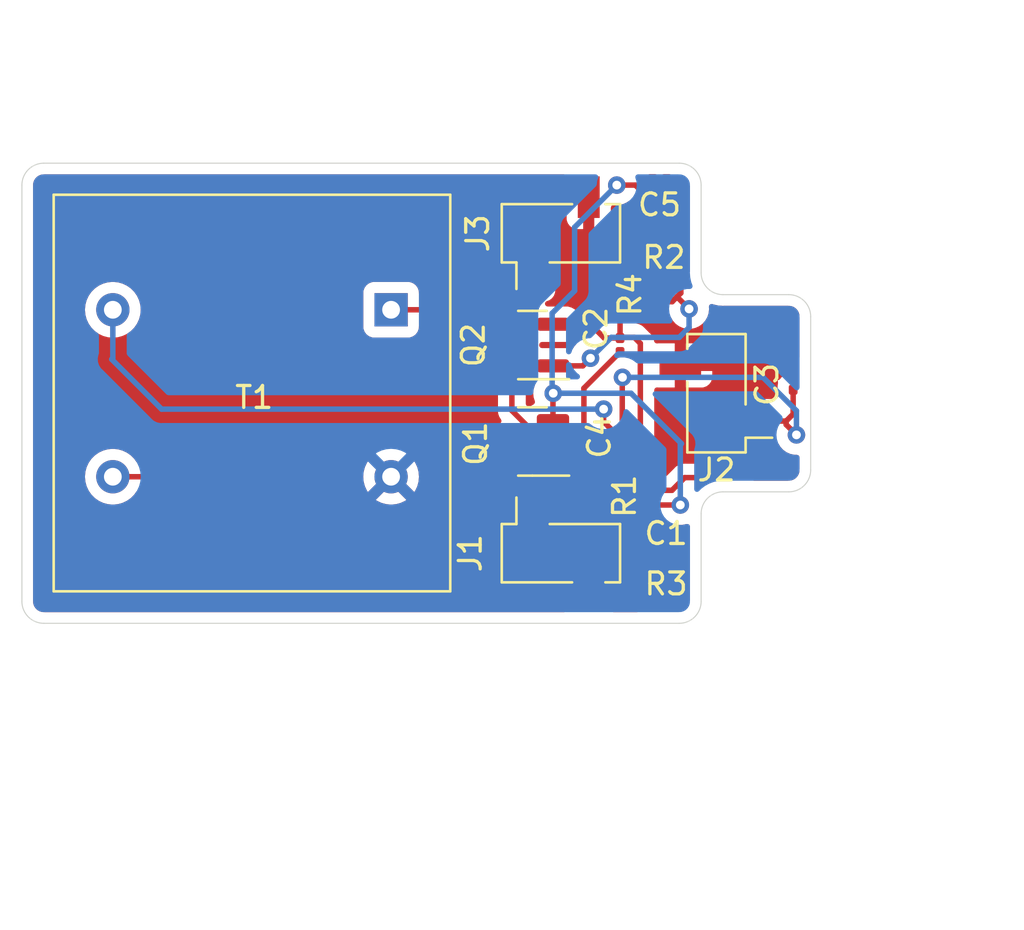
<source format=kicad_pcb>
(kicad_pcb (version 20211014) (generator pcbnew)
  (layers (0 "F.Cu" signal) (31 "B.Cu" signal) (34 "B.Paste" user) (35 "F.Paste" user) (36 "B.SilkS" user "B.Silkscreen") (37 "F.SilkS" user "F.Silkscreen") (38 "B.Mask" user) (39 "F.Mask" user) (44 "Edge.Cuts" user))
  (net 0 "")
  (net 1 "GND")
  (net 2 "Net-(C1-Pad2)")
  (net 3 "Net-(C2-Pad1)")
  (net 4 "Net-(C2-Pad2)")
  (net 5 "Net-(C3-Pad2)")
  (net 6 "Net-(C4-Pad1)")
  (net 7 "Net-(C5-Pad2)")
  (net 8 "Net-(J3-Pad1)")
  (net 9 "Net-(Q1-Pad1)")
  (footprint "Capacitor_SMD:C_0201_0603Metric" (layer "F.Cu") (at 108.4 108.5 90)
    (fp_text reference "C4" (at 0 -1.05 90) (layer "F.SilkS"))
    (fp_text value "5.6nF")
    (pad "1" smd roundrect (at -0.32 0 90) (size 0.46 0.4) (layers "F.Cu" "F.Mask") (net 6 "Net-(C4-Pad1)"))
    (pad "2" smd roundrect (at 0.32 0 90) (size 0.46 0.4) (layers "F.Cu" "F.Mask") (net 5 "Net-(C3-Pad2)"))
  )
  (footprint "Capacitor_SMD:C_0201_0603Metric" (layer "F.Cu") (at 108.3 104.3 90)
    (fp_text reference "C2" (at 0.75 -1.1 90) (layer "F.SilkS"))
    (fp_text value "10uF")
    (pad "1" smd roundrect (at -0.32 0 90) (size 0.46 0.4) (layers "F.Cu" "F.Mask") (net 3 "Net-(C2-Pad1)"))
    (pad "2" smd roundrect (at 0.32 0 90) (size 0.46 0.4) (layers "F.Cu" "F.Mask") (net 4 "Net-(C2-Pad2)"))
  )
  (footprint "Package_TO_SOT_SMD:SOT-23" (layer "F.Cu") (at 104.3 104.3 180)
    (fp_text reference "Q2" (at 2.7 0 90) (layer "F.SilkS"))
    (fp_text value "2N3904")
    (fp_line (start 0 -1.56) (end 0.65 -1.56) (layer "F.SilkS") (width 0.12))
    (fp_line (start 0 1.56) (end 0.65 1.56) (layer "F.SilkS") (width 0.12))
    (fp_line (start 0 -1.56) (end -1.675 -1.56) (layer "F.SilkS") (width 0.12))
    (fp_line (start 0 1.56) (end -0.65 1.56) (layer "F.SilkS") (width 0.12))
    (pad "1" smd roundrect (at -0.9375 -0.95 180) (size 1.475 0.6) (layers "F.Cu" "F.Paste" "F.Mask") (net 7 "Net-(C5-Pad2)"))
    (pad "2" smd roundrect (at -0.9375 0.95 180) (size 1.475 0.6) (layers "F.Cu" "F.Paste" "F.Mask") (net 4 "Net-(C2-Pad2)"))
    (pad "3" smd roundrect (at 0.9375 0 180) (size 1.475 0.6) (layers "F.Cu" "F.Paste" "F.Mask") (net 9 "Net-(Q1-Pad1)"))
  )
  (footprint "Capacitor_SMD:C_0201_0603Metric" (layer "F.Cu") (at 110.1 96.7)
    (fp_text reference "C5" (at 0 1.2) (layer "F.SilkS"))
    (fp_text value "10uF")
    (pad "1" smd roundrect (at -0.32 0) (size 0.46 0.4) (layers "F.Cu" "F.Mask") (net 1 "GND"))
    (pad "2" smd roundrect (at 0.32 0) (size 0.46 0.4) (layers "F.Cu" "F.Mask") (net 7 "Net-(C5-Pad2)"))
  )
  (footprint "Capacitor_SMD:C_0201_0603Metric" (layer "F.Cu") (at 116.2 106.02 -90)
    (fp_text reference "C3" (at 0.08 1.2 90) (layer "F.SilkS"))
    (fp_text value "10uF")
    (pad "1" smd roundrect (at -0.32 0 270) (size 0.46 0.4) (layers "F.Cu" "F.Mask") (net 1 "GND"))
    (pad "2" smd roundrect (at 0.32 0 270) (size 0.46 0.4) (layers "F.Cu" "F.Mask") (net 5 "Net-(C3-Pad2)"))
  )
  (footprint "Connector_PinSocket_2.54mm:PinSocket_1x02_P2.54mm_Vertical_SMD_Pin1Right" (layer "F.Cu") (at 105.6 113.8 90)
    (fp_text reference "J1" (at 0 -4.14 90) (layer "F.SilkS"))
    (fp_text value "Conn_01x02_Female")
    (fp_line (start -1.33 -2.7) (end -1.33 0.51) (layer "F.SilkS") (width 0.12))
    (fp_line (start -1.33 -2.7) (end 1.33 -2.7) (layer "F.SilkS") (width 0.12))
    (fp_line (start -1.33 2.7) (end 1.33 2.7) (layer "F.SilkS") (width 0.12))
    (fp_line (start 1.33 -0.51) (end 1.33 2.7) (layer "F.SilkS") (width 0.12))
    (fp_line (start 1.33 -2.03) (end 2.54 -2.03) (layer "F.SilkS") (width 0.12))
    (fp_line (start 1.33 -2.7) (end 1.33 -2.03) (layer "F.SilkS") (width 0.12))
    (fp_line (start -1.33 2.03) (end -1.33 2.7) (layer "F.SilkS") (width 0.12))
    (pad "1" smd rect (at 1.65 -1.27 90) (size 1.9 1) (layers "F.Cu" "F.Paste" "F.Mask") (net 1 "GND"))
    (pad "2" smd rect (at -1.65 1.27 90) (size 1.9 1) (layers "F.Cu" "F.Paste" "F.Mask") (net 3 "Net-(C2-Pad1)"))
  )
  (footprint "Connector_PinSocket_2.54mm:PinSocket_1x02_P2.54mm_Vertical_SMD_Pin1Left" (layer "F.Cu") (at 112.7 106.5 180)
    (fp_text reference "J2" (at 0 -3.5 180) (layer "F.SilkS"))
    (fp_text value "Conn_01x02_Female")
    (fp_line (start -1.33 2.7) (end 1.33 2.7) (layer "F.SilkS") (width 0.12))
    (fp_line (start -1.33 -2.7) (end 1.33 -2.7) (layer "F.SilkS") (width 0.12))
    (fp_line (start 1.33 2.03) (end 1.33 2.7) (layer "F.SilkS") (width 0.12))
    (fp_line (start -2.54 -2.03) (end -1.33 -2.03) (layer "F.SilkS") (width 0.12))
    (fp_line (start 1.33 -2.7) (end 1.33 0.51) (layer "F.SilkS") (width 0.12))
    (fp_line (start -1.33 -2.7) (end -1.33 -2.03) (layer "F.SilkS") (width 0.12))
    (fp_line (start -1.33 -0.51) (end -1.33 2.7) (layer "F.SilkS") (width 0.12))
    (pad "1" smd rect (at -1.65 -1.27 180) (size 1.9 1) (layers "F.Cu" "F.Paste" "F.Mask") (net 5 "Net-(C3-Pad2)"))
    (pad "2" smd rect (at 1.65 1.27 180) (size 1.9 1) (layers "F.Cu" "F.Paste" "F.Mask") (net 1 "GND"))
  )
  (footprint "Connector_PinSocket_2.54mm:PinSocket_1x02_P2.54mm_Vertical_SMD_Pin1Left" (layer "F.Cu") (at 105.6 99.2 90)
    (fp_text reference "J3" (at 0 -3.8 90) (layer "F.SilkS"))
    (fp_text value "Conn_01x02_Female")
    (fp_line (start 1.33 2.03) (end 1.33 2.7) (layer "F.SilkS") (width 0.12))
    (fp_line (start 1.33 -2.7) (end 1.33 0.51) (layer "F.SilkS") (width 0.12))
    (fp_line (start -1.33 -0.51) (end -1.33 2.7) (layer "F.SilkS") (width 0.12))
    (fp_line (start -1.33 2.7) (end 1.33 2.7) (layer "F.SilkS") (width 0.12))
    (fp_line (start -1.33 -2.7) (end 1.33 -2.7) (layer "F.SilkS") (width 0.12))
    (fp_line (start -1.33 -2.7) (end -1.33 -2.03) (layer "F.SilkS") (width 0.12))
    (fp_line (start -2.54 -2.03) (end -1.33 -2.03) (layer "F.SilkS") (width 0.12))
    (pad "1" smd rect (at -1.65 -1.27 90) (size 1.9 1) (layers "F.Cu" "F.Paste" "F.Mask") (net 8 "Net-(J3-Pad1)"))
    (pad "2" smd rect (at 1.65 1.27 90) (size 1.9 1) (layers "F.Cu" "F.Paste" "F.Mask") (net 1 "GND"))
  )
  (footprint "Resistor_SMD:R_0201_0603Metric" (layer "F.Cu") (at 110.3 116.2)
    (fp_text reference "R3" (at 0.1 -1) (layer "F.SilkS"))
    (fp_text value "1.8K")
    (pad "1" smd roundrect (at -0.32 0) (size 0.46 0.4) (layers "F.Cu" "F.Mask") (net 4 "Net-(C2-Pad2)"))
    (pad "2" smd roundrect (at 0.32 0) (size 0.46 0.4) (layers "F.Cu" "F.Mask") (net 1 "GND"))
  )
  (footprint "Resistor_SMD:R_0201_0603Metric" (layer "F.Cu") (at 110.2 99.2 180)
    (fp_text reference "R2" (at -0.1 -1.1) (layer "F.SilkS"))
    (fp_text value "2.7K")
    (pad "1" smd roundrect (at -0.32 0 180) (size 0.46 0.4) (layers "F.Cu" "F.Mask") (net 2 "Net-(C1-Pad2)"))
    (pad "2" smd roundrect (at 0.32 0 180) (size 0.46 0.4) (layers "F.Cu" "F.Mask") (net 4 "Net-(C2-Pad2)"))
  )
  (footprint "Package_TO_SOT_SMD:SOT-23" (layer "F.Cu") (at 104.3 108.7 180)
    (fp_text reference "Q1" (at 2.6 -0.1 90) (layer "F.SilkS"))
    (fp_text value "2N3904")
    (fp_line (start 0 1.56) (end -0.65 1.56) (layer "F.SilkS") (width 0.12))
    (fp_line (start 0 -1.56) (end -1.675 -1.56) (layer "F.SilkS") (width 0.12))
    (fp_line (start 0 1.56) (end 0.65 1.56) (layer "F.SilkS") (width 0.12))
    (fp_line (start 0 -1.56) (end 0.65 -1.56) (layer "F.SilkS") (width 0.12))
    (pad "1" smd roundrect (at -0.9375 -0.95 180) (size 1.475 0.6) (layers "F.Cu" "F.Paste" "F.Mask") (net 9 "Net-(Q1-Pad1)"))
    (pad "2" smd roundrect (at -0.9375 0.95 180) (size 1.475 0.6) (layers "F.Cu" "F.Paste" "F.Mask") (net 2 "Net-(C1-Pad2)"))
    (pad "3" smd roundrect (at 0.9375 0 180) (size 1.475 0.6) (layers "F.Cu" "F.Paste" "F.Mask") (net 6 "Net-(C4-Pad1)"))
  )
  (footprint "Resistor_SMD:R_0201_0603Metric" (layer "F.Cu") (at 109.75 111.25 -90)
    (fp_text reference "R1" (at -0.05 1.25 -90) (layer "F.SilkS"))
    (fp_text value "5.6K")
    (pad "1" smd roundrect (at -0.32 0 270) (size 0.46 0.4) (layers "F.Cu" "F.Mask") (net 5 "Net-(C3-Pad2)"))
    (pad "2" smd roundrect (at 0.32 0 270) (size 0.46 0.4) (layers "F.Cu" "F.Mask") (net 2 "Net-(C1-Pad2)"))
  )
  (footprint "Resistor_SMD:R_0201_0603Metric" (layer "F.Cu") (at 109.8 102 90)
    (fp_text reference "R4" (at 0 -1.05 90) (layer "F.SilkS"))
    (fp_text value "1.2K")
    (pad "1" smd roundrect (at -0.32 0 90) (size 0.46 0.4) (layers "F.Cu" "F.Mask") (net 7 "Net-(C5-Pad2)"))
    (pad "2" smd roundrect (at 0.32 0 90) (size 0.46 0.4) (layers "F.Cu" "F.Mask") (net 1 "GND"))
  )
  (footprint "Transformer_THT:Transformer_NF_ETAL_1-1_P1200" (layer "F.Cu") (at 97.85 102.69)
    (fp_text reference "T1" (at -6.25 4) (layer "F.SilkS"))
    (fp_text value "Transformer_1P_1S")
    (fp_line (start 2.7 -5.25) (end 2.7 12.85) (layer "F.SilkS") (width 0.12))
    (fp_line (start -15.4 -5.25) (end 2.7 -5.25) (layer "F.SilkS") (width 0.12))
    (fp_line (start -15.4 12.85) (end -15.4 -5.25) (layer "F.SilkS") (width 0.12))
    (fp_line (start 2.7 12.85) (end -15.4 12.85) (layer "F.SilkS") (width 0.12))
    (pad "1" thru_hole rect (at 0 0) (size 1.52 1.52) (drill 0.81) (layers *.Cu *.Mask) (net 8 "Net-(J3-Pad1)"))
    (pad "3" thru_hole circle (at 0 7.62) (size 1.52 1.52) (drill 0.81) (layers *.Cu *.Mask) (net 1 "GND"))
    (pad "4" thru_hole circle (at -12.7 7.62) (size 1.52 1.52) (drill 0.81) (layers *.Cu *.Mask) (net 6 "Net-(C4-Pad1)"))
    (pad "6" thru_hole circle (at -12.7 0) (size 1.52 1.52) (drill 0.81) (layers *.Cu *.Mask) (net 5 "Net-(C3-Pad2)"))
  )
  (footprint "Capacitor_SMD:C_0201_0603Metric" (layer "F.Cu") (at 110.3 113.9 180)
    (fp_text reference "C1" (at -0.1 1) (layer "F.SilkS"))
    (fp_text value "10uF")
    (pad "1" smd roundrect (at -0.32 0 180) (size 0.46 0.4) (layers "F.Cu" "F.Mask") (net 1 "GND"))
    (pad "2" smd roundrect (at 0.32 0 180) (size 0.46 0.4) (layers "F.Cu" "F.Mask") (net 2 "Net-(C1-Pad2)"))
  )
  (gr_arc (start 113 102) (mid 112.292893 101.707107) (end 112 101) (layer "Edge.Cuts") (width 0.05))
  (gr_arc (start 82 117) (mid 81.292893 116.707107) (end 81 116) (layer "Edge.Cuts") (width 0.05))
  (gr_line (start 117 103) (end 117 110) (layer "Edge.Cuts") (width 0.05))
  (gr_line (start 112 97) (end 112 101) (layer "Edge.Cuts") (width 0.05))
  (gr_arc (start 112 112) (mid 112.292893 111.292893) (end 113 111) (layer "Edge.Cuts") (width 0.05))
  (gr_line (start 111 117) (end 82 117) (layer "Edge.Cuts") (width 0.05))
  (gr_line (start 81 116) (end 81 97) (layer "Edge.Cuts") (width 0.05))
  (gr_line (start 113 102) (end 116 102) (layer "Edge.Cuts") (width 0.05))
  (gr_line (start 116 111) (end 113 111) (layer "Edge.Cuts") (width 0.05))
  (gr_arc (start 112 116) (mid 111.707107 116.707107) (end 111 117) (layer "Edge.Cuts") (width 0.05))
  (gr_arc (start 117 110) (mid 116.707107 110.707107) (end 116 111) (layer "Edge.Cuts") (width 0.05))
  (gr_arc (start 81 97) (mid 81.292893 96.292893) (end 82 96) (layer "Edge.Cuts") (width 0.05))
  (gr_line (start 112 112) (end 112 116) (layer "Edge.Cuts") (width 0.05))
  (gr_line (start 82 96) (end 111 96) (layer "Edge.Cuts") (width 0.05))
  (gr_arc (start 116 102) (mid 116.707107 102.292893) (end 117 103) (layer "Edge.Cuts") (width 0.05))
  (gr_arc (start 111 96) (mid 111.707107 96.292893) (end 112 97) (layer "Edge.Cuts") (width 0.05))
  (segment (start 105.2375 106.5125) (end 105.25 106.5) (width 0.25) (layer "F.Cu") (net 2))
  (segment (start 109.98 112.48) (end 109.75 112.25) (width 0.25) (layer "F.Cu") (net 2))
  (segment (start 110.52 98.52) (end 110.52 99.2) (width 0.25) (layer "F.Cu") (net 2))
  (segment (start 105.2375 107.75) (end 105.2375 106.5125) (width 0.25) (layer "F.Cu") (net 2))
  (segment (start 111.05 111.6) (end 109.78 111.6) (width 0.25) (layer "F.Cu") (net 2))
  (segment (start 109.98 113.9) (end 109.98 112.48) (width 0.25) (layer "F.Cu") (net 2))
  (segment (start 109 97) (end 110.52 98.52) (width 0.25) (layer "F.Cu") (net 2))
  (segment (start 109.75 112.25) (end 109.75 111.57) (width 0.25) (layer "F.Cu") (net 2))
  (segment (start 108.15 97) (end 109 97) (width 0.25) (layer "F.Cu") (net 2))
  (segment (start 109.78 111.6) (end 109.75 111.57) (width 0.25) (layer "F.Cu") (net 2))
  (via (at 105.25 106.5) (size 0.8) (drill 0.4) (layers "F.Cu" "B.Cu") (net 2))
  (via (at 108.15 97) (size 0.8) (drill 0.4) (layers "F.Cu" "B.Cu") (net 2))
  (via (at 111.05 111.6) (size 0.8) (drill 0.4) (layers "F.Cu" "B.Cu") (net 2))
  (segment (start 108.15 97) (end 106.225489 98.924511) (width 0.25) (layer "B.Cu") (net 2))
  (segment (start 111.1 108.8) (end 108.8 106.5) (width 0.25) (layer "B.Cu") (net 2))
  (segment (start 105.2 106.45) (end 105.25 106.5) (width 0.25) (layer "B.Cu") (net 2))
  (segment (start 111.05 111.6) (end 111.05 108.85) (width 0.25) (layer "B.Cu") (net 2))
  (segment (start 105.2 102.85) (end 105.2 106.45) (width 0.25) (layer "B.Cu") (net 2))
  (segment (start 111.05 108.85) (end 111.1 108.8) (width 0.25) (layer "B.Cu") (net 2))
  (segment (start 108.8 106.5) (end 105.25 106.5) (width 0.25) (layer "B.Cu") (net 2))
  (segment (start 106.225489 98.924511) (end 106.225489 101.824511) (width 0.25) (layer "B.Cu") (net 2))
  (segment (start 106.225489 101.824511) (end 105.2 102.85) (width 0.25) (layer "B.Cu") (net 2))
  (segment (start 108.3 104.62) (end 106.65 106.27) (width 0.25) (layer "F.Cu") (net 3))
  (segment (start 106.65 113.55) (end 106.9 113.8) (width 0.25) (layer "F.Cu") (net 3))
  (segment (start 106.87 113.83) (end 106.87 115.45) (width 0.25) (layer "F.Cu") (net 3))
  (segment (start 106.9 113.8) (end 106.87 113.83) (width 0.25) (layer "F.Cu") (net 3))
  (segment (start 106.65 106.27) (end 106.65 113.55) (width 0.25) (layer "F.Cu") (net 3))
  (segment (start 109.98 116.2) (end 109.22548 115.44548) (width 0.25) (layer "F.Cu") (net 4))
  (segment (start 108.3 100.78) (end 108.3 103.98) (width 0.25) (layer "F.Cu") (net 4))
  (segment (start 105.2375 103.35) (end 106.95 103.35) (width 0.25) (layer "F.Cu") (net 4))
  (segment (start 108.33 103.95) (end 108.3 103.98) (width 0.25) (layer "F.Cu") (net 4))
  (segment (start 109.22548 115.44548) (end 109.22548 104.22548) (width 0.25) (layer "F.Cu") (net 4))
  (segment (start 107.58 103.98) (end 108.3 103.98) (width 0.25) (layer "F.Cu") (net 4))
  (segment (start 109.22548 104.22548) (end 108.95 103.95) (width 0.25) (layer "F.Cu") (net 4))
  (segment (start 108.95 103.95) (end 108.33 103.95) (width 0.25) (layer "F.Cu") (net 4))
  (segment (start 106.95 103.35) (end 107.58 103.98) (width 0.25) (layer "F.Cu") (net 4))
  (segment (start 109.88 99.2) (end 108.3 100.78) (width 0.25) (layer "F.Cu") (net 4))
  (segment (start 108.4 105.786534) (end 108.411034 105.7755) (width 0.25) (layer "F.Cu") (net 5))
  (segment (start 116.2 107.45) (end 115.88 107.77) (width 0.25) (layer "F.Cu") (net 5))
  (segment (start 111.25 110.35) (end 110.67 110.93) (width 0.25) (layer "F.Cu") (net 5))
  (segment (start 113.35 110.35) (end 111.25 110.35) (width 0.25) (layer "F.Cu") (net 5))
  (segment (start 107.55 107.8) (end 107.55 107.2245) (width 0.25) (layer "F.Cu") (net 5))
  (segment (start 114.35 109.35) (end 113.35 110.35) (width 0.25) (layer "F.Cu") (net 5))
  (segment (start 114.35 107.77) (end 114.35 109.35) (width 0.25) (layer "F.Cu") (net 5))
  (segment (start 107.93 108.18) (end 107.55 107.8) (width 0.25) (layer "F.Cu") (net 5))
  (segment (start 108.4 108.18) (end 107.93 108.18) (width 0.25) (layer "F.Cu") (net 5))
  (segment (start 115.88 107.93) (end 115.88 107.77) (width 0.25) (layer "F.Cu") (net 5))
  (segment (start 110.67 110.93) (end 109.75 110.93) (width 0.25) (layer "F.Cu") (net 5))
  (segment (start 116.2 106.34) (end 116.2 107.45) (width 0.25) (layer "F.Cu") (net 5))
  (segment (start 115.88 107.77) (end 114.35 107.77) (width 0.25) (layer "F.Cu") (net 5))
  (segment (start 108.4 108.18) (end 108.4 105.786534) (width 0.25) (layer "F.Cu") (net 5))
  (segment (start 116.35 108.4) (end 115.88 107.93) (width 0.25) (layer "F.Cu") (net 5))
  (via (at 107.55 107.2245) (size 0.8) (drill 0.4) (layers "F.Cu" "B.Cu") (net 5))
  (via (at 116.35 108.4) (size 0.8) (drill 0.4) (layers "F.Cu" "B.Cu") (net 5))
  (via (at 108.411034 105.7755) (size 0.8) (drill 0.4) (layers "F.Cu" "B.Cu") (net 5))
  (segment (start 87.3745 107.2245) (end 85.1 104.95) (width 0.25) (layer "B.Cu") (net 5))
  (segment (start 85.15 104.9) (end 85.15 102.69) (width 0.25) (layer "B.Cu") (net 5))
  (segment (start 114.8255 105.7755) (end 116.35 107.3) (width 0.25) (layer "B.Cu") (net 5))
  (segment (start 107.55 107.2245) (end 87.3745 107.2245) (width 0.25) (layer "B.Cu") (net 5))
  (segment (start 108.411034 105.7755) (end 114.8255 105.7755) (width 0.25) (layer "B.Cu") (net 5))
  (segment (start 116.35 107.3) (end 116.35 108.4) (width 0.25) (layer "B.Cu") (net 5))
  (segment (start 85.1 104.95) (end 85.15 104.9) (width 0.25) (layer "B.Cu") (net 5))
  (segment (start 91.55 108.65) (end 103.3125 108.65) (width 0.25) (layer "F.Cu") (net 6))
  (segment (start 103.3125 108.65) (end 103.3625 108.7) (width 0.25) (layer "F.Cu") (net 6))
  (segment (start 85.15 110.31) (end 89.89 110.31) (width 0.25) (layer "F.Cu") (net 6))
  (segment (start 89.89 110.31) (end 91.55 108.65) (width 0.25) (layer "F.Cu") (net 6))
  (segment (start 106.6 105.25) (end 106.95 104.9) (width 0.25) (layer "F.Cu") (net 7))
  (segment (start 105.2375 105.25) (end 106.6 105.25) (width 0.25) (layer "F.Cu") (net 7))
  (segment (start 110.9 102.1) (end 110.68 102.32) (width 0.25) (layer "F.Cu") (net 7))
  (segment (start 110.42 96.7) (end 111.07452 97.35452) (width 0.25) (layer "F.Cu") (net 7))
  (segment (start 111.45 102.65) (end 110.9 102.1) (width 0.25) (layer "F.Cu") (net 7))
  (segment (start 111.07452 97.35452) (end 111.07452 101.92548) (width 0.25) (layer "F.Cu") (net 7))
  (segment (start 111.07452 101.92548) (end 110.9 102.1) (width 0.25) (layer "F.Cu") (net 7))
  (segment (start 110.68 102.32) (end 109.8 102.32) (width 0.25) (layer "F.Cu") (net 7))
  (via (at 111.45 102.65) (size 0.8) (drill 0.4) (layers "F.Cu" "B.Cu") (net 7))
  (via (at 106.95 104.9) (size 0.8) (drill 0.4) (layers "F.Cu" "B.Cu") (net 7))
  (segment (start 111.45 103.5) (end 111.45 102.65) (width 0.25) (layer "B.Cu") (net 7))
  (segment (start 111 103.95) (end 111.45 103.5) (width 0.25) (layer "B.Cu") (net 7))
  (segment (start 107.9 103.95) (end 111 103.95) (width 0.25) (layer "B.Cu") (net 7))
  (segment (start 106.95 104.9) (end 107.9 103.95) (width 0.25) (layer "B.Cu") (net 7))
  (segment (start 100.31 102.69) (end 102.15 100.85) (width 0.25) (layer "F.Cu") (net 8))
  (segment (start 102.15 100.85) (end 104.33 100.85) (width 0.25) (layer "F.Cu") (net 8))
  (segment (start 97.85 102.69) (end 100.31 102.69) (width 0.25) (layer "F.Cu") (net 8))
  (segment (start 105.2375 109.166428) (end 103.3625 107.291428) (width 0.25) (layer "F.Cu") (net 9))
  (segment (start 103.3625 107.291428) (end 103.3625 104.3) (width 0.25) (layer "F.Cu") (net 9))
  (segment (start 105.2375 109.65) (end 105.2375 109.166428) (width 0.25) (layer "F.Cu") (net 9))
  (zone (net 1) (net_name "GND") (layer "F.Cu") (connect_pads (clearance 0.508)) (min_thickness 0.254) (fill yes (thermal_gap 0.508) (thermal_bridge_width 0.508) (island_removal_mode 2) (island_area_min 0))
    (polygon (pts (xy 113 101) (xy 118 101) (xy 118 112) (xy 113 112) (xy 113 118) (xy 80 118) (xy 80 95) (xy 113 95)))
  )
  (zone (net 1) (net_name "GND") (layer "B.Cu") (connect_pads (clearance 0.508)) (min_thickness 0.254) (fill yes (thermal_gap 0.508) (thermal_bridge_width 0.508) (island_removal_mode 2) (island_area_min 0))
    (polygon (pts (xy 113 101) (xy 118 101) (xy 118 112) (xy 113 112) (xy 113 118) (xy 80 118) (xy 80 95) (xy 113 95)))
  )
)
</source>
